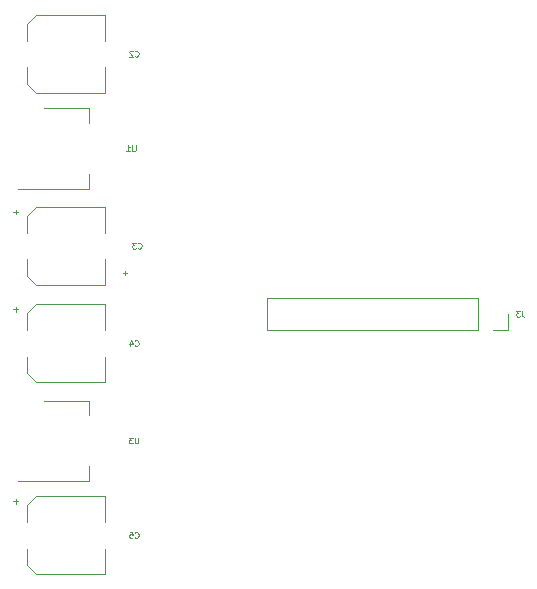
<source format=gbr>
G04 #@! TF.FileFunction,Legend,Bot*
%FSLAX46Y46*%
G04 Gerber Fmt 4.6, Leading zero omitted, Abs format (unit mm)*
G04 Created by KiCad (PCBNEW 4.0.7-e2-6376~58~ubuntu16.04.1) date Wed Sep  5 16:34:56 2018*
%MOMM*%
%LPD*%
G01*
G04 APERTURE LIST*
%ADD10C,0.100000*%
%ADD11C,0.120000*%
%ADD12C,0.075000*%
G04 APERTURE END LIST*
D10*
D11*
X140450000Y-92710000D02*
X140450000Y-94130000D01*
X147050000Y-91950000D02*
X147050000Y-94130000D01*
X147050000Y-98550000D02*
X147050000Y-96370000D01*
X140450000Y-97790000D02*
X140450000Y-96370000D01*
X147050000Y-91950000D02*
X141210000Y-91950000D01*
X141210000Y-91950000D02*
X140450000Y-92710000D01*
X140450000Y-97790000D02*
X141210000Y-98550000D01*
X141210000Y-98550000D02*
X147050000Y-98550000D01*
X140450000Y-51960000D02*
X140450000Y-53380000D01*
X147050000Y-51200000D02*
X147050000Y-53380000D01*
X147050000Y-57800000D02*
X147050000Y-55620000D01*
X140450000Y-57040000D02*
X140450000Y-55620000D01*
X147050000Y-51200000D02*
X141210000Y-51200000D01*
X141210000Y-51200000D02*
X140450000Y-51960000D01*
X140450000Y-57040000D02*
X141210000Y-57800000D01*
X141210000Y-57800000D02*
X147050000Y-57800000D01*
X140450000Y-68210000D02*
X140450000Y-69630000D01*
X147050000Y-67450000D02*
X147050000Y-69630000D01*
X147050000Y-74050000D02*
X147050000Y-71870000D01*
X140450000Y-73290000D02*
X140450000Y-71870000D01*
X147050000Y-67450000D02*
X141210000Y-67450000D01*
X141210000Y-67450000D02*
X140450000Y-68210000D01*
X140450000Y-73290000D02*
X141210000Y-74050000D01*
X141210000Y-74050000D02*
X147050000Y-74050000D01*
X140450000Y-76460000D02*
X140450000Y-77880000D01*
X147050000Y-75700000D02*
X147050000Y-77880000D01*
X147050000Y-82300000D02*
X147050000Y-80120000D01*
X140450000Y-81540000D02*
X140450000Y-80120000D01*
X147050000Y-75700000D02*
X141210000Y-75700000D01*
X141210000Y-75700000D02*
X140450000Y-76460000D01*
X140450000Y-81540000D02*
X141210000Y-82300000D01*
X141210000Y-82300000D02*
X147050000Y-82300000D01*
X160760000Y-77830000D02*
X160760000Y-75170000D01*
X178600000Y-77830000D02*
X160760000Y-77830000D01*
X178600000Y-75170000D02*
X160760000Y-75170000D01*
X178600000Y-77830000D02*
X178600000Y-75170000D01*
X179870000Y-77830000D02*
X181200000Y-77830000D01*
X181200000Y-77830000D02*
X181200000Y-76500000D01*
X145660000Y-59090000D02*
X145660000Y-60350000D01*
X145660000Y-65910000D02*
X145660000Y-64650000D01*
X141900000Y-59090000D02*
X145660000Y-59090000D01*
X139650000Y-65910000D02*
X145660000Y-65910000D01*
X145660000Y-83840000D02*
X145660000Y-85100000D01*
X145660000Y-90660000D02*
X145660000Y-89400000D01*
X141900000Y-83840000D02*
X145660000Y-83840000D01*
X139650000Y-90660000D02*
X145660000Y-90660000D01*
D12*
X149583333Y-95428571D02*
X149607143Y-95452381D01*
X149678571Y-95476190D01*
X149726190Y-95476190D01*
X149797619Y-95452381D01*
X149845238Y-95404762D01*
X149869047Y-95357143D01*
X149892857Y-95261905D01*
X149892857Y-95190476D01*
X149869047Y-95095238D01*
X149845238Y-95047619D01*
X149797619Y-95000000D01*
X149726190Y-94976190D01*
X149678571Y-94976190D01*
X149607143Y-95000000D01*
X149583333Y-95023810D01*
X149130952Y-94976190D02*
X149369047Y-94976190D01*
X149392857Y-95214286D01*
X149369047Y-95190476D01*
X149321428Y-95166667D01*
X149202381Y-95166667D01*
X149154762Y-95190476D01*
X149130952Y-95214286D01*
X149107143Y-95261905D01*
X149107143Y-95380952D01*
X149130952Y-95428571D01*
X149154762Y-95452381D01*
X149202381Y-95476190D01*
X149321428Y-95476190D01*
X149369047Y-95452381D01*
X149392857Y-95428571D01*
X139660476Y-92375714D02*
X139279524Y-92375714D01*
X139470000Y-92566190D02*
X139470000Y-92185238D01*
X149583333Y-54678571D02*
X149607143Y-54702381D01*
X149678571Y-54726190D01*
X149726190Y-54726190D01*
X149797619Y-54702381D01*
X149845238Y-54654762D01*
X149869047Y-54607143D01*
X149892857Y-54511905D01*
X149892857Y-54440476D01*
X149869047Y-54345238D01*
X149845238Y-54297619D01*
X149797619Y-54250000D01*
X149726190Y-54226190D01*
X149678571Y-54226190D01*
X149607143Y-54250000D01*
X149583333Y-54273810D01*
X149392857Y-54273810D02*
X149369047Y-54250000D01*
X149321428Y-54226190D01*
X149202381Y-54226190D01*
X149154762Y-54250000D01*
X149130952Y-54273810D01*
X149107143Y-54321429D01*
X149107143Y-54369048D01*
X149130952Y-54440476D01*
X149416666Y-54726190D01*
X149107143Y-54726190D01*
X148940476Y-73035714D02*
X148559524Y-73035714D01*
X148750000Y-73226190D02*
X148750000Y-72845238D01*
X149833333Y-70928571D02*
X149857143Y-70952381D01*
X149928571Y-70976190D01*
X149976190Y-70976190D01*
X150047619Y-70952381D01*
X150095238Y-70904762D01*
X150119047Y-70857143D01*
X150142857Y-70761905D01*
X150142857Y-70690476D01*
X150119047Y-70595238D01*
X150095238Y-70547619D01*
X150047619Y-70500000D01*
X149976190Y-70476190D01*
X149928571Y-70476190D01*
X149857143Y-70500000D01*
X149833333Y-70523810D01*
X149666666Y-70476190D02*
X149357143Y-70476190D01*
X149523809Y-70666667D01*
X149452381Y-70666667D01*
X149404762Y-70690476D01*
X149380952Y-70714286D01*
X149357143Y-70761905D01*
X149357143Y-70880952D01*
X149380952Y-70928571D01*
X149404762Y-70952381D01*
X149452381Y-70976190D01*
X149595238Y-70976190D01*
X149642857Y-70952381D01*
X149666666Y-70928571D01*
X139660476Y-67875714D02*
X139279524Y-67875714D01*
X139470000Y-68066190D02*
X139470000Y-67685238D01*
X149583333Y-79178571D02*
X149607143Y-79202381D01*
X149678571Y-79226190D01*
X149726190Y-79226190D01*
X149797619Y-79202381D01*
X149845238Y-79154762D01*
X149869047Y-79107143D01*
X149892857Y-79011905D01*
X149892857Y-78940476D01*
X149869047Y-78845238D01*
X149845238Y-78797619D01*
X149797619Y-78750000D01*
X149726190Y-78726190D01*
X149678571Y-78726190D01*
X149607143Y-78750000D01*
X149583333Y-78773810D01*
X149154762Y-78892857D02*
X149154762Y-79226190D01*
X149273809Y-78702381D02*
X149392857Y-79059524D01*
X149083333Y-79059524D01*
X139660476Y-76125714D02*
X139279524Y-76125714D01*
X139470000Y-76316190D02*
X139470000Y-75935238D01*
X182366666Y-76226190D02*
X182366666Y-76583333D01*
X182390476Y-76654762D01*
X182438095Y-76702381D01*
X182509523Y-76726190D01*
X182557142Y-76726190D01*
X182176190Y-76226190D02*
X181866667Y-76226190D01*
X182033333Y-76416667D01*
X181961905Y-76416667D01*
X181914286Y-76440476D01*
X181890476Y-76464286D01*
X181866667Y-76511905D01*
X181866667Y-76630952D01*
X181890476Y-76678571D01*
X181914286Y-76702381D01*
X181961905Y-76726190D01*
X182104762Y-76726190D01*
X182152381Y-76702381D01*
X182176190Y-76678571D01*
X149630952Y-62226190D02*
X149630952Y-62630952D01*
X149607143Y-62678571D01*
X149583333Y-62702381D01*
X149535714Y-62726190D01*
X149440476Y-62726190D01*
X149392857Y-62702381D01*
X149369048Y-62678571D01*
X149345238Y-62630952D01*
X149345238Y-62226190D01*
X148845238Y-62726190D02*
X149130952Y-62726190D01*
X148988095Y-62726190D02*
X148988095Y-62226190D01*
X149035714Y-62297619D01*
X149083333Y-62345238D01*
X149130952Y-62369048D01*
X149880952Y-86976190D02*
X149880952Y-87380952D01*
X149857143Y-87428571D01*
X149833333Y-87452381D01*
X149785714Y-87476190D01*
X149690476Y-87476190D01*
X149642857Y-87452381D01*
X149619048Y-87428571D01*
X149595238Y-87380952D01*
X149595238Y-86976190D01*
X149404761Y-86976190D02*
X149095238Y-86976190D01*
X149261904Y-87166667D01*
X149190476Y-87166667D01*
X149142857Y-87190476D01*
X149119047Y-87214286D01*
X149095238Y-87261905D01*
X149095238Y-87380952D01*
X149119047Y-87428571D01*
X149142857Y-87452381D01*
X149190476Y-87476190D01*
X149333333Y-87476190D01*
X149380952Y-87452381D01*
X149404761Y-87428571D01*
M02*

</source>
